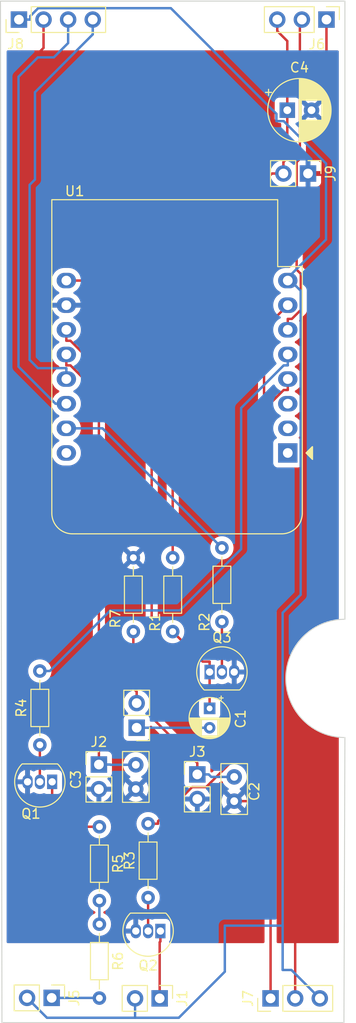
<source format=kicad_pcb>
(kicad_pcb (version 20221018) (generator pcbnew)
  (title_block (comment 4 "AISLER Project ID: RXVASBWQ"))
  (layers (0 "F.Cu" signal) (31 "B.Cu" signal) (34 "B.Paste" user) (35 "F.Paste" user) (36 "B.SilkS" user "B.Silkscreen") (37 "F.SilkS" user "F.Silkscreen") (38 "B.Mask" user) (39 "F.Mask" user) (44 "Edge.Cuts" user))
  (net 0 "")
  (net 1 "Net-(Q3-C)")
  (net 2 "Net-(J4-Pin_1)")
  (net 3 "GND")
  (net 4 "Net-(J3-Pin_1)")
  (net 5 "Net-(J2-Pin_1)")
  (net 6 "Net-(J1-Pin_1)")
  (net 7 "+3.3V")
  (net 8 "Net-(J5-Pin_1)")
  (net 9 "Net-(J6-Pin_2)")
  (net 10 "+5V")
  (net 11 "Net-(J7-Pin_1)")
  (net 12 "Net-(J8-Pin_3)")
  (net 13 "Net-(J8-Pin_4)")
  (net 14 "Net-(Q1-B)")
  (net 15 "Net-(Q2-B)")
  (net 16 "Net-(Q3-B)")
  (net 17 "Net-(U1-RX)")
  (net 18 "Net-(U1-CS{slash}D8)")
  (net 19 "Net-(U1-MISO{slash}D6)")
  (net 24 "Net-(Q1-C)")
  (net 25 "Net-(R5-Pad2)")
  (net 26 "Net-(J4-Pin_2)")
  (footprint "Resistor_THT:R_Axial_DIN0204_L3.6mm_D1.6mm_P7.62mm_Horizontal" (layer "F.Cu") (at 130.556 114.554 -90)
    (fp_text reference "R7" (at 6.296 1.856 -90) (layer "F.SilkS"))
    (fp_text value "0R")
    (pad "1" thru_hole circle (at 0 0 270) (size 1.4 1.4) (drill 0.7) (layers "*.Cu" "*.Mask") (net 3 "GND"))
    (pad "2" thru_hole oval (at 7.62 0 270) (size 1.4 1.4) (drill 0.7) (layers "*.Cu" "*.Mask") (net 26 "Net-(J4-Pin_2)"))
  )
  (footprint "Package_TO_SOT_THT:TO-92_Inline" (layer "F.Cu") (at 138.43 126.344)
    (fp_text reference "Q3" (at 1.27 -3.56) (layer "F.SilkS"))
    (fp_text value "BC547" hide)
    (pad "1" thru_hole rect (at 0 0) (size 1.05 1.5) (drill 0.75) (layers "*.Cu" "*.Mask") (net 1 "Net-(Q3-C)"))
    (pad "2" thru_hole oval (at 1.27 0) (size 1.05 1.5) (drill 0.75) (layers "*.Cu" "*.Mask") (net 16 "Net-(Q3-B)"))
    (pad "3" thru_hole oval (at 2.54 0) (size 1.05 1.5) (drill 0.75) (layers "*.Cu" "*.Mask") (net 3 "GND"))
  )
  (footprint "Resistor_THT:R_Axial_DIN0204_L3.6mm_D1.6mm_P7.62mm_Horizontal" (layer "F.Cu") (at 134.62 122.174 90)
    (fp_text reference "R1" (at 0.974 -1.82 90) (layer "F.SilkS"))
    (fp_text value "39R")
    (pad "1" thru_hole circle (at 0 0 90) (size 1.4 1.4) (drill 0.7) (layers "*.Cu" "*.Mask") (net 1 "Net-(Q3-C)"))
    (pad "2" thru_hole oval (at 7.62 0 90) (size 1.4 1.4) (drill 0.7) (layers "*.Cu" "*.Mask") (net 10 "+5V"))
  )
  (footprint "Connector_PinHeader_2.54mm:PinHeader_1x02_P2.54mm_Vertical" (layer "F.Cu") (at 130.9 132.09 180)
    (fp_text reference "J4" hide)
    (fp_text value "Speaker")
    (pad "1" thru_hole rect (at 0 0 180) (size 1.7 1.7) (drill 1) (layers "*.Cu" "*.Mask") (net 2 "Net-(J4-Pin_1)"))
    (pad "2" thru_hole oval (at 0 2.54 180) (size 1.7 1.7) (drill 1) (layers "*.Cu" "*.Mask") (net 26 "Net-(J4-Pin_2)"))
  )
  (footprint "Connector_PinHeader_2.54mm:PinHeader_1x04_P2.54mm_Vertical" (layer "F.Cu") (at 118.745 59.055 90)
    (fp_text reference "J8" (at -2.525 -0.335 180) (layer "F.SilkS"))
    (fp_text value "Display")
    (pad "1" thru_hole rect (at 0 0 90) (size 1.7 1.7) (drill 1) (layers "*.Cu" "*.Mask") (net 7 "+3.3V"))
    (pad "2" thru_hole oval (at 0 2.54 90) (size 1.7 1.7) (drill 1) (layers "*.Cu" "*.Mask") (net 3 "GND"))
    (pad "3" thru_hole oval (at 0 5.08 90) (size 1.7 1.7) (drill 1) (layers "*.Cu" "*.Mask") (net 12 "Net-(J8-Pin_3)"))
    (pad "4" thru_hole oval (at 0 7.62 90) (size 1.7 1.7) (drill 1) (layers "*.Cu" "*.Mask") (net 13 "Net-(J8-Pin_4)"))
  )
  (footprint "Capacitor_THT:CP_Radial_D4.0mm_P2.00mm" (layer "F.Cu") (at 138.43 130.0914 -90)
    (fp_text reference "C1" (at 1.09 -3.2 90) (layer "F.SilkS"))
    (fp_text value "C_Polarized_Small")
    (pad "1" thru_hole rect (at 0 0 270) (size 1.2 1.2) (drill 0.6) (layers "*.Cu" "*.Mask") (net 1 "Net-(Q3-C)"))
    (pad "2" thru_hole circle (at 2 0 270) (size 1.2 1.2) (drill 0.6) (layers "*.Cu" "*.Mask") (net 2 "Net-(J4-Pin_1)"))
  )
  (footprint "Capacitor_THT:CP_Radial_D6.3mm_P2.50mm" (layer "F.Cu") (at 146.45 68.4)
    (fp_text reference "C4" (at 1.25 -4.4) (layer "F.SilkS"))
    (fp_text value "100uF optional")
    (pad "1" thru_hole rect (at 0 0) (size 1.6 1.6) (drill 0.8) (layers "*.Cu" "*.Mask") (net 10 "+5V"))
    (pad "2" thru_hole circle (at 2.5 0) (size 1.6 1.6) (drill 0.8) (layers "*.Cu" "*.Mask") (net 3 "GND"))
  )
  (footprint "Connector_PinHeader_2.54mm:PinHeader_1x02_P2.54mm_Vertical" (layer "F.Cu") (at 137.16 136.901)
    (fp_text reference "J3" (at 0 -2.33) (layer "F.SilkS"))
    (fp_text value "Aim_B")
    (pad "1" thru_hole rect (at 0 0) (size 1.7 1.7) (drill 1) (layers "*.Cu" "*.Mask") (net 4 "Net-(J3-Pin_1)"))
    (pad "2" thru_hole oval (at 0 2.54) (size 1.7 1.7) (drill 1) (layers "*.Cu" "*.Mask") (net 3 "GND"))
  )
  (footprint "Connector_PinHeader_2.54mm:PinHeader_1x03_P2.54mm_Vertical" (layer "F.Cu") (at 144.725 160 90)
    (fp_text reference "J7" (at 0 -2.33 90) (layer "F.SilkS"))
    (fp_text value "IR_RCV")
    (pad "1" thru_hole rect (at 0 0 90) (size 1.7 1.7) (drill 1) (layers "*.Cu" "*.Mask") (net 11 "Net-(J7-Pin_1)"))
    (pad "2" thru_hole oval (at 0 2.54 90) (size 1.7 1.7) (drill 1) (layers "*.Cu" "*.Mask") (net 3 "GND"))
    (pad "3" thru_hole oval (at 0 5.08 90) (size 1.7 1.7) (drill 1) (layers "*.Cu" "*.Mask") (net 7 "+3.3V"))
  )
  (footprint "Capacitor_THT:C_Disc_D5.0mm_W2.5mm_P2.50mm" (layer "F.Cu") (at 140.97 139.66 90)
    (fp_text reference "C2" (at 0.99 2.08 90) (layer "F.SilkS"))
    (fp_text value "104nF" hide)
    (pad "1" thru_hole circle (at 0 0 90) (size 1.6 1.6) (drill 0.8) (layers "*.Cu" "*.Mask") (net 3 "GND"))
    (pad "2" thru_hole circle (at 2.5 0 90) (size 1.6 1.6) (drill 0.8) (layers "*.Cu" "*.Mask") (net 4 "Net-(J3-Pin_1)"))
  )
  (footprint "Resistor_THT:R_Axial_DIN0204_L3.6mm_D1.6mm_P7.62mm_Horizontal" (layer "F.Cu") (at 120.904 133.858 90)
    (fp_text reference "R4" (at 3.81 -1.92 90) (layer "F.SilkS"))
    (fp_text value "10K")
    (pad "1" thru_hole circle (at 0 0 90) (size 1.4 1.4) (drill 0.7) (layers "*.Cu" "*.Mask") (net 14 "Net-(Q1-B)"))
    (pad "2" thru_hole oval (at 7.62 0 90) (size 1.4 1.4) (drill 0.7) (layers "*.Cu" "*.Mask") (net 19 "Net-(U1-MISO{slash}D6)"))
  )
  (footprint "Connector_PinHeader_2.54mm:PinHeader_1x02_P2.54mm_Vertical" (layer "F.Cu") (at 148.59 74.93 -90)
    (fp_text reference "J9" (at 0 -2.33 90) (layer "F.SilkS"))
    (fp_text value "Power")
    (pad "1" thru_hole rect (at 0 0 270) (size 1.7 1.7) (drill 1) (layers "*.Cu" "*.Mask") (net 3 "GND"))
    (pad "2" thru_hole oval (at 0 2.54 270) (size 1.7 1.7) (drill 1) (layers "*.Cu" "*.Mask") (net 10 "+5V"))
  )
  (footprint "Resistor_THT:R_Axial_DIN0204_L3.6mm_D1.6mm_P7.62mm_Horizontal" (layer "F.Cu") (at 132.08 149.606 90)
    (fp_text reference "R3" (at 3.81 -1.92 90) (layer "F.SilkS"))
    (fp_text value "10K")
    (pad "1" thru_hole circle (at 0 0 90) (size 1.4 1.4) (drill 0.7) (layers "*.Cu" "*.Mask") (net 15 "Net-(Q2-B)"))
    (pad "2" thru_hole oval (at 7.62 0 90) (size 1.4 1.4) (drill 0.7) (layers "*.Cu" "*.Mask") (net 18 "Net-(U1-CS{slash}D8)"))
  )
  (footprint "Module:WEMOS_D1_mini_light" (layer "F.Cu") (at 146.5 103.75 180)
    (fp_text reference "U1" (at 22 27) (layer "F.SilkS"))
    (fp_text value "WeMos_D1_mini")
    (pad "1" thru_hole rect (at 0 0 180) (size 2 2) (drill 1) (layers "*.Cu" "*.Mask"))
    (pad "2" thru_hole oval (at 0 2.54 180) (size 2 1.6) (drill 1) (layers "*.Cu" "*.Mask"))
    (pad "3" thru_hole oval (at 0 5.08 180) (size 2 1.6) (drill 1) (layers "*.Cu" "*.Mask"))
    (pad "4" thru_hole oval (at 0 7.62 180) (size 2 1.6) (drill 1) (layers "*.Cu" "*.Mask") (net 11 "Net-(J7-Pin_1)"))
    (pad "5" thru_hole oval (at 0 10.16 180) (size 2 1.6) (drill 1) (layers "*.Cu" "*.Mask") (net 19 "Net-(U1-MISO{slash}D6)"))
    (pad "6" thru_hole oval (at 0 12.7 180) (size 2 1.6) (drill 1) (layers "*.Cu" "*.Mask") (net 9 "Net-(J6-Pin_2)"))
    (pad "7" thru_hole oval (at 0 15.24 180) (size 2 1.6) (drill 1) (layers "*.Cu" "*.Mask") (net 18 "Net-(U1-CS{slash}D8)"))
    (pad "8" thru_hole oval (at 0 17.78 180) (size 2 1.6) (drill 1) (layers "*.Cu" "*.Mask") (net 7 "+3.3V"))
    (pad "9" thru_hole oval (at 22.86 17.78 180) (size 2 1.6) (drill 1) (layers "*.Cu" "*.Mask") (net 10 "+5V"))
    (pad "10" thru_hole oval (at 22.86 15.24 180) (size 2 1.6) (drill 1) (layers "*.Cu" "*.Mask") (net 3 "GND"))
    (pad "11" thru_hole oval (at 22.86 12.7 180) (size 2 1.6) (drill 1) (layers "*.Cu" "*.Mask") (net 4 "Net-(J3-Pin_1)"))
    (pad "12" thru_hole oval (at 22.86 10.16 180) (size 2 1.6) (drill 1) (layers "*.Cu" "*.Mask") (net 5 "Net-(J2-Pin_1)"))
    (pad "13" thru_hole oval (at 22.86 7.62 180) (size 2 1.6) (drill 1) (layers "*.Cu" "*.Mask") (net 13 "Net-(J8-Pin_4)"))
    (pad "14" thru_hole oval (at 22.86 5.08 180) (size 2 1.6) (drill 1) (layers "*.Cu" "*.Mask") (net 12 "Net-(J8-Pin_3)"))
    (pad "15" thru_hole oval (at 22.86 2.54 180) (size 2 1.6) (drill 1) (layers "*.Cu" "*.Mask") (net 17 "Net-(U1-RX)"))
    (pad "16" thru_hole oval (at 22.86 0 180) (size 2 1.6) (drill 1) (layers "*.Cu" "*.Mask"))
  )
  (footprint "Resistor_THT:R_Axial_DIN0204_L3.6mm_D1.6mm_P7.62mm_Horizontal" (layer "F.Cu") (at 127.05 142.3 -90)
    (fp_text reference "R5" (at 3.81 -1.92 -90) (layer "F.SilkS"))
    (fp_text value "160R")
    (pad "1" thru_hole circle (at 0 0 270) (size 1.4 1.4) (drill 0.7) (layers "*.Cu" "*.Mask") (net 24 "Net-(Q1-C)"))
    (pad "2" thru_hole oval (at 7.62 0 270) (size 1.4 1.4) (drill 0.7) (layers "*.Cu" "*.Mask") (net 25 "Net-(R5-Pad2)"))
  )
  (footprint "Connector_PinHeader_2.54mm:PinHeader_1x02_P2.54mm_Vertical" (layer "F.Cu") (at 127 135.885)
    (fp_text reference "J2" (at 0 -2.33) (layer "F.SilkS"))
    (fp_text value "Shoot_B")
    (pad "1" thru_hole rect (at 0 0) (size 1.7 1.7) (drill 1) (layers "*.Cu" "*.Mask") (net 5 "Net-(J2-Pin_1)"))
    (pad "2" thru_hole oval (at 0 2.54) (size 1.7 1.7) (drill 1) (layers "*.Cu" "*.Mask") (net 3 "GND"))
  )
  (footprint "Capacitor_THT:C_Disc_D5.0mm_W2.5mm_P2.50mm" (layer "F.Cu") (at 130.81 138.41 90)
    (fp_text reference "C3" (at 0.97 -6.19 90) (layer "F.SilkS"))
    (fp_text value "104nF")
    (pad "1" thru_hole circle (at 0 0 90) (size 1.6 1.6) (drill 0.8) (layers "*.Cu" "*.Mask") (net 3 "GND"))
    (pad "2" thru_hole circle (at 2.5 0 90) (size 1.6 1.6) (drill 0.8) (layers "*.Cu" "*.Mask") (net 5 "Net-(J2-Pin_1)"))
  )
  (footprint "Connector_PinHeader_2.54mm:PinHeader_1x02_P2.54mm_Vertical" (layer "F.Cu") (at 122.125 159.95 -90)
    (fp_text reference "J5" (at 0 -2.33 90) (layer "F.SilkS"))
    (fp_text value "Shoot_laser")
    (pad "1" thru_hole rect (at 0 0 270) (size 1.7 1.7) (drill 1) (layers "*.Cu" "*.Mask") (net 8 "Net-(J5-Pin_1)"))
    (pad "2" thru_hole oval (at 0 2.54 270) (size 1.7 1.7) (drill 1) (layers "*.Cu" "*.Mask") (net 7 "+3.3V"))
  )
  (footprint "Connector_PinHeader_2.54mm:PinHeader_1x03_P2.54mm_Vertical" (layer "F.Cu") (at 150.495 59.055 -90)
    (fp_text reference "J6" (at 2.555 0.985 -180) (layer "F.SilkS"))
    (fp_text value "Neopixel")
    (pad "1" thru_hole rect (at 0 0 270) (size 1.7 1.7) (drill 1) (layers "*.Cu" "*.Mask") (net 3 "GND"))
    (pad "2" thru_hole oval (at 0 2.54 270) (size 1.7 1.7) (drill 1) (layers "*.Cu" "*.Mask") (net 9 "Net-(J6-Pin_2)"))
    (pad "3" thru_hole oval (at 0 5.08 270) (size 1.7 1.7) (drill 1) (layers "*.Cu" "*.Mask") (net 10 "+5V"))
  )
  (footprint "Resistor_THT:R_Axial_DIN0204_L3.6mm_D1.6mm_P7.62mm_Horizontal" (layer "F.Cu") (at 127.05 152.35 -90)
    (fp_text reference "R6" (at 3.81 -1.92 -90) (layer "F.SilkS"))
    (fp_text value "6.2R")
    (pad "1" thru_hole circle (at 0 0 270) (size 1.4 1.4) (drill 0.7) (layers "*.Cu" "*.Mask") (net 25 "Net-(R5-Pad2)"))
    (pad "2" thru_hole oval (at 7.62 0 270) (size 1.4 1.4) (drill 0.7) (layers "*.Cu" "*.Mask") (net 8 "Net-(J5-Pin_1)"))
  )
  (footprint "Connector_PinHeader_2.54mm:PinHeader_1x02_P2.54mm_Vertical" (layer "F.Cu") (at 133.275 160 -90)
    (fp_text reference "J1" (at 0 -2.33 90) (layer "F.SilkS"))
    (fp_text value "Aim_Laser")
    (pad "1" thru_hole rect (at 0 0 270) (size 1.7 1.7) (drill 1) (layers "*.Cu" "*.Mask") (net 6 "Net-(J1-Pin_1)"))
    (pad "2" thru_hole oval (at 0 2.54 270) (size 1.7 1.7) (drill 1) (layers "*.Cu" "*.Mask") (net 7 "+3.3V"))
  )
  (footprint "Package_TO_SOT_THT:TO-92_Inline" (layer "F.Cu") (at 133.35 153.056 180)
    (fp_text reference "Q2" (at 1.27 -3.56) (layer "F.SilkS"))
    (fp_text value "BC547" hide)
    (pad "1" thru_hole rect (at 0 0 180) (size 1.05 1.5) (drill 0.75) (layers "*.Cu" "*.Mask") (net 6 "Net-(J1-Pin_1)"))
    (pad "2" thru_hole oval (at 1.27 0 180) (size 1.05 1.5) (drill 0.75) (layers "*.Cu" "*.Mask") (net 15 "Net-(Q2-B)"))
    (pad "3" thru_hole oval (at 2.54 0 180) (size 1.05 1.5) (drill 0.75) (layers "*.Cu" "*.Mask") (net 3 "GND"))
  )
  (footprint "Resistor_THT:R_Axial_DIN0204_L3.6mm_D1.6mm_P7.62mm_Horizontal" (layer "F.Cu") (at 139.7 113.538 -90)
    (fp_text reference "R2" (at 7.662 1.8 -90) (layer "F.SilkS"))
    (fp_text value "1K")
    (pad "1" thru_hole circle (at 0 0 270) (size 1.4 1.4) (drill 0.7) (layers "*.Cu" "*.Mask") (net 17 "Net-(U1-RX)"))
    (pad "2" thru_hole oval (at 7.62 0 270) (size 1.4 1.4) (drill 0.7) (layers "*.Cu" "*.Mask") (net 16 "Net-(Q3-B)"))
  )
  (footprint "Package_TO_SOT_THT:TO-92_Inline" (layer "F.Cu") (at 122.174 137.668 180)
    (fp_text reference "Q1" (at 2.1924 -3.2942) (layer "F.SilkS"))
    (fp_text value "BC547" hide)
    (pad "1" thru_hole rect (at 0 0 180) (size 1.05 1.5) (drill 0.75) (layers "*.Cu" "*.Mask") (net 24 "Net-(Q1-C)"))
    (pad "2" thru_hole oval (at 1.27 0 180) (size 1.05 1.5) (drill 0.75) (layers "*.Cu" "*.Mask") (net 14 "Net-(Q1-B)"))
    (pad "3" thru_hole oval (at 2.54 0 180) (size 1.05 1.5) (drill 0.75) (layers "*.Cu" "*.Mask") (net 3 "GND"))
  )
  (gr_line (start 152.4 133.096) (end 152.2984 162.5) (stroke (width 0.1)) (layer "Edge.Cuts"))
  (gr_line (start 116.84 57.15) (end 116.9924 162.5) (stroke (width 0.1)) (layer "Edge.Cuts"))
  (gr_line (start 152.4 57.15) (end 152.4 120.904) (stroke (width 0.1)) (layer "Edge.Cuts"))
  (gr_arc (start 152.4 133.096) (mid 146.304 127) (end 152.4 120.904) (stroke (width 0.1)) (layer "Edge.Cuts"))
  (gr_line (start 152.4 57.15) (end 116.84 57.15) (stroke (width 0.1)) (layer "Edge.Cuts"))
  (gr_line (start 116.9924 162.5) (end 152.2984 162.5) (stroke (width 0.1)) (layer "Edge.Cuts"))
  (segment (start 138.43 130.0914) (end 138.43 126.344) (width 0.25) (layer "F.Cu") (net 1))
  (segment (start 137.7131 125.2671) (end 138.43 125.2671) (width 0.25) (layer "F.Cu") (net 1))
  (segment (start 138.43 126.344) (end 138.43 125.2671) (width 0.25) (layer "F.Cu") (net 1))
  (segment (start 134.62 122.174) (end 137.7131 125.2671) (width 0.25) (layer "F.Cu") (net 1))
  (segment (start 132.0783 132.0914) (end 132.0769 132.09) (width 0.25) (layer "B.Cu") (net 2))
  (segment (start 130.9 132.09) (end 132.0769 132.09) (width 0.25) (layer "B.Cu") (net 2))
  (segment (start 138.43 132.0914) (end 132.0783 132.0914) (width 0.25) (layer "B.Cu") (net 2))
  (segment (start 147.265 160) (end 147.265 153.515) (width 0.25) (layer "F.Cu") (net 3))
  (segment (start 121.285 61.9752) (end 121.285 59.055) (width 0.25) (layer "F.Cu") (net 3))
  (segment (start 147.265 153.515) (end 147.25 153.5) (width 0.25) (layer "F.Cu") (net 3))
  (segment (start 142.99 139.66) (end 140.97 139.66) (width 0.25) (layer "F.Cu") (net 3))
  (segment (start 143 139.65) (end 142.99 139.66) (width 0.25) (layer "F.Cu") (net 3))
  (segment (start 150.495 64.4482) (end 150.495 59.055) (width 0.25) (layer "F.Cu") (net 3))
  (segment (start 120.4127 62.8475) (end 121.285 61.9752) (width 0.25) (layer "F.Cu") (net 3))
  (segment (start 137.16 135.7241) (end 137.16 136.901) (width 0.25) (layer "F.Cu") (net 4))
  (segment (start 124.0626 92.1769) (end 132.45 100.5643) (width 0.25) (layer "F.Cu") (net 4))
  (segment (start 123.64 91.05) (end 123.64 92.1769) (width 0.25) (layer "F.Cu") (net 4))
  (segment (start 123.64 92.1769) (end 124.0626 92.1769) (width 0.25) (layer "F.Cu") (net 4))
  (segment (start 132.45 131.0141) (end 137.16 135.7241) (width 0.25) (layer "F.Cu") (net 4))
  (segment (start 132.45 100.5643) (end 132.45 131.0141) (width 0.25) (layer "F.Cu") (net 4))
  (segment (start 137.7485 136.901) (end 137.16 136.901) (width 0.25) (layer "B.Cu") (net 4))
  (segment (start 140.97 137.16) (end 138.5959 137.16) (width 0.25) (layer "B.Cu") (net 4))
  (segment (start 137.7485 136.901) (end 138.3369 136.901) (width 0.25) (layer "B.Cu") (net 4))
  (segment (start 138.5959 137.16) (end 138.3369 136.901) (width 0.25) (layer "B.Cu") (net 4))
  (segment (start 127 97.6543) (end 127 135.885) (width 0.25) (layer "F.Cu") (net 5))
  (segment (start 123.64 94.7169) (end 124.0626 94.7169) (width 0.25) (layer "F.Cu") (net 5))
  (segment (start 123.64 93.59) (end 123.64 94.7169) (width 0.25) (layer "F.Cu") (net 5))
  (segment (start 124.0626 94.7169) (end 127 97.6543) (width 0.25) (layer "F.Cu") (net 5))
  (segment (start 128.2019 135.91) (end 128.1769 135.885) (width 0.25) (layer "B.Cu") (net 5))
  (segment (start 130.81 135.91) (end 128.2019 135.91) (width 0.25) (layer "B.Cu") (net 5))
  (segment (start 127 135.885) (end 128.1769 135.885) (width 0.25) (layer "B.Cu") (net 5))
  (segment (start 133.275 154.2079) (end 133.35 154.1329) (width 0.25) (layer "F.Cu") (net 6))
  (segment (start 133.35 153.056) (end 133.35 154.1329) (width 0.25) (layer "F.Cu") (net 6))
  (segment (start 133.275 160) (end 133.275 154.2079) (width 0.25) (layer "F.Cu") (net 6))
  (segment (start 120.7309 57.8781) (end 119.9219 58.6871) (width 0.25) (layer "B.Cu") (net 7))
  (segment (start 135.25 162) (end 130.75 162) (width 0.25) (layer "B.Cu") (net 7))
  (segment (start 146.5 85.97) (end 146.5 85.6882) (width 0.25) (layer "B.Cu") (net 7))
  (segment (start 150.45 73.9) (end 146.075 69.525) (width 0.25) (layer "B.Cu") (net 7))
  (segment (start 147.8335 87.0217) (end 147.8335 118.3677) (width 0.25) (layer "B.Cu") (net 7))
  (segment (start 145.9714 157.0714) (end 146.8764 157.0714) (width 0.25) (layer "B.Cu") (net 7))
  (segment (start 140 157.25) (end 135.25 162) (width 0.25) (layer "B.Cu") (net 7))
  (segment (start 146.5 85.6882) (end 147.8335 87.0217) (width 0.25) (layer "B.Cu") (net 7))
  (segment (start 140 152.5) (end 140 157.25) (width 0.25) (layer "B.Cu") (net 7))
  (segment (start 130.735 161.985) (end 130.75 162) (width 0.25) (layer "B.Cu") (net 7))
  (segment (start 146.5 85.6882) (end 150.45 81.7382) (width 0.25) (layer "B.Cu") (net 7))
  (segment (start 134.4281 57.8781) (end 120.7309 57.8781) (width 0.25) (layer "B.Cu") (net 7))
  (segment (start 145.9714 120.2298) (end 145.9714 152.5) (width 0.25) (layer "B.Cu") (net 7))
  (segment (start 145.9714 152.5) (end 145.9714 157.0714) (width 0.25) (layer "B.Cu") (net 7))
  (segment (start 121.635 162) (end 119.585 159.95) (width 0.25) (layer "B.Cu") (net 7))
  (segment (start 145.9714 152.5) (end 140 152.5) (width 0.25) (layer "B.Cu") (net 7))
  (segment (start 145.325 69.525) (end 145.325 68.775) (width 0.25) (layer "B.Cu") (net 7))
  (segment (start 130.75 162) (end 121.635 162) (width 0.25) (layer "B.Cu") (net 7))
  (segment (start 145.325 68.775) (end 134.4281 57.8781) (width 0.25) (layer "B.Cu") (net 7))
  (segment (start 130.735 160) (end 130.735 161.985) (width 0.25) (layer "B.Cu") (net 7))
  (segment (start 150.45 81.7382) (end 150.45 73.9) (width 0.25) (layer "B.Cu") (net 7))
  (segment (start 119.9219 58.6871) (end 119.9219 59.055) (width 0.25) (layer "B.Cu") (net 7))
  (segment (start 119.9219 59.055) (end 118.745 59.055) (width 0.25) (layer "B.Cu") (net 7))
  (segment (start 146.8764 157.0714) (end 149.805 160) (width 0.25) (layer "B.Cu") (net 7))
  (segment (start 146.075 69.525) (end 145.325 69.525) (width 0.25) (layer "B.Cu") (net 7))
  (segment (start 147.8335 118.3677) (end 145.9714 120.2298) (width 0.25) (layer "B.Cu") (net 7))
  (segment (start 122.125 159.95) (end 127.03 159.95) (width 0.25) (layer "B.Cu") (net 8))
  (segment (start 127.03 159.95) (end 127.05 159.97) (width 0.25) (layer "B.Cu") (net 8))
  (segment (start 147.415 73.755) (end 147.75 73.42) (width 0.25) (layer "F.Cu") (net 9))
  (segment (start 146.9226 89.9231) (end 147.8436 89.0021) (width 0.25) (layer "F.Cu") (net 9))
  (segment (start 147.8436 89.0021) (end 147.8436 85.2736) (width 0.25) (layer "F.Cu") (net 9))
  (segment (start 147.415 84.845) (end 147.415 73.755) (width 0.25) (layer "F.Cu") (net 9))
  (segment (start 146.5 91.05) (end 146.5 89.9231) (width 0.25) (layer "F.Cu") (net 9))
  (segment (start 147.75 59.26) (end 147.955 59.055) (width 0.25) (layer "F.Cu") (net 9))
  (segment (start 147.8436 85.2736) (end 147.415 84.845) (width 0.25) (layer "F.Cu") (net 9))
  (segment (start 147.75 73.42) (end 147.75 59.26) (width 0.25) (layer "F.Cu") (net 9))
  (segment (start 146.5 89.9231) (end 146.9226 89.9231) (width 0.25) (layer "F.Cu") (net 9))
  (segment (start 146.05 74.93) (end 146.05 73.7531) (width 0.25) (layer "F.Cu") (net 10))
  (segment (start 146.45 73.3531) (end 146.45 68.4) (width 0.25) (layer "F.Cu") (net 10))
  (segment (start 133.8331 85.97) (end 134.62 86.7569) (width 0.25) (layer "F.Cu") (net 10))
  (segment (start 146.05 73.7531) (end 146.45 73.3531) (width 0.25) (layer "F.Cu") (net 10))
  (segment (start 146.05 74.93) (end 144.8731 74.93) (width 0.25) (layer "F.Cu") (net 10))
  (segment (start 145.415 60.2319) (end 146.45 61.2669) (width 0.25) (layer "F.Cu") (net 10))
  (segment (start 123.64 85.97) (end 133.8331 85.97) (width 0.25) (layer "F.Cu") (net 10))
  (segment (start 145.415 59.055) (end 145.415 60.2319) (width 0.25) (layer "F.Cu") (net 10))
  (segment (start 133.8331 85.97) (end 144.8731 74.93) (width 0.25) (layer "F.Cu") (net 10))
  (segment (start 146.45 61.2669) (end 146.45 68.4) (width 0.25) (layer "F.Cu") (net 10))
  (segment (start 134.62 86.7569) (end 134.62 114.554) (width 0.25) (layer "F.Cu") (net 10))
  (segment (start 146.5 97.2569) (end 146.0774 97.2569) (width 0.25) (layer "F.Cu") (net 11))
  (segment (start 146.5 96.13) (end 146.5 97.2569) (width 0.25) (layer "F.Cu") (net 11))
  (segment (start 146.0774 97.2569) (end 144.725 98.6093) (width 0.25) (layer "F.Cu") (net 11))
  (segment (start 144.725 98.6093) (end 144.725 160) (width 0.25) (layer "F.Cu") (net 11))
  (segment (start 123.825 61.475) (end 123.825 59.055) (width 0.25) (layer "B.Cu") (net 12))
  (segment (start 120.7 62.95) (end 122.35 62.95) (width 0.25) (layer "B.Cu") (net 12))
  (segment (start 122.35 62.95) (end 123.825 61.475) (width 0.25) (layer "B.Cu") (net 12))
  (segment (start 118.7 94.85) (end 118.7 64.95) (width 0.25) (layer "B.Cu") (net 12))
  (segment (start 123.64 98.67) (end 122.52 98.67) (width 0.25) (layer "B.Cu") (net 12))
  (segment (start 118.7 64.95) (end 120.7 62.95) (width 0.25) (layer "B.Cu") (net 12))
  (segment (start 122.52 98.67) (end 118.7 94.85) (width 0.25) (layer "B.Cu") (net 12))
  (segment (start 120.7031 95.0031) (end 123.64 95.0031) (width 0.25) (layer "B.Cu") (net 13))
  (segment (start 123.64 95.0031) (end 123.64 96.13) (width 0.25) (layer "B.Cu") (net 13))
  (segment (start 120.4 66.55) (end 120.4 75.55) (width 0.25) (layer "B.Cu") (net 13))
  (segment (start 119.85 94.15) (end 120.7031 95.0031) (width 0.25) (layer "B.Cu") (net 13))
  (segment (start 119.85 76.1) (end 119.85 94.15) (width 0.25) (layer "B.Cu") (net 13))
  (segment (start 120.4 75.55) (end 119.85 76.1) (width 0.25) (layer "B.Cu") (net 13))
  (segment (start 126.365 60.585) (end 120.4 66.55) (width 0.25) (layer "B.Cu") (net 13))
  (segment (start 126.365 59.055) (end 126.365 60.585) (width 0.25) (layer "B.Cu") (net 13))
  (segment (start 120.904 137.668) (end 120.904 133.858) (width 0.25) (layer "F.Cu") (net 14))
  (segment (start 132.08 153.056) (end 132.08 149.606) (width 0.25) (layer "F.Cu") (net 15))
  (segment (start 139.7 126.344) (end 139.7 121.158) (width 0.25) (layer "F.Cu") (net 16))
  (segment (start 123.64 101.21) (end 127.372 101.21) (width 0.25) (layer "B.Cu") (net 17))
  (segment (start 127.372 101.21) (end 139.7 113.538) (width 0.25) (layer "B.Cu") (net 17))
  (segment (start 136.6267 138.2095) (end 138.0703 138.2095) (width 0.25) (layer "F.Cu") (net 18))
  (segment (start 133.1069 141.7293) (end 136.6267 138.2095) (width 0.25) (layer "F.Cu") (net 18))
  (segment (start 144.0507 90.9593) (end 146.5 88.51) (width 0.25) (layer "F.Cu") (net 18))
  (segment (start 144.0507 132.2291) (end 144.0507 90.9593) (width 0.25) (layer "F.Cu") (net 18))
  (segment (start 132.08 141.986) (end 133.1069 141.986) (width 0.25) (layer "F.Cu") (net 18))
  (segment (start 138.0703 138.2095) (end 144.0507 132.2291) (width 0.25) (layer "F.Cu") (net 18))
  (segment (start 133.1069 141.986) (end 133.1069 141.7293) (width 0.25) (layer "F.Cu") (net 18))
  (segment (start 120.904 126.238) (end 121.9309 126.238) (width 0.25) (layer "B.Cu") (net 19))
  (segment (start 128.1783 119.9906) (end 121.9309 126.238) (width 0.25) (layer "B.Cu") (net 19))
  (segment (start 146.0774 94.7169) (end 141.6837 99.1106) (width 0.25) (layer "B.Cu") (net 19))
  (segment (start 146.5 94.7169) (end 146.0774 94.7169) (width 0.25) (layer "B.Cu") (net 19))
  (segment (start 146.5 93.59) (end 146.5 94.7169) (width 0.25) (layer "B.Cu") (net 19))
  (segment (start 135.3552 119.9906) (end 128.1783 119.9906) (width 0.25) (layer "B.Cu") (net 19))
  (segment (start 141.6837 99.1106) (end 141.6837 113.6621) (width 0.25) (layer "B.Cu") (net 19))
  (segment (start 141.6837 113.6621) (end 135.3552 119.9906) (width 0.25) (layer "B.Cu") (net 19))
  (segment (start 122.174 137.668) (end 122.174 142.1384) (width 0.25) (layer "F.Cu") (net 24))
  (segment (start 122.3356 142.3) (end 122.174 142.1384) (width 0.25) (layer "F.Cu") (net 24))
  (segment (start 127.05 142.3) (end 122.3356 142.3) (width 0.25) (layer "F.Cu") (net 24))
  (segment (start 127.05 149.92) (end 127.05 152.35) (width 0.25) (layer "B.Cu") (net 25))
  (segment (start 130.556 128.0291) (end 130.556 122.174) (width 0.25) (layer "F.Cu") (net 26))
  (segment (start 130.9 128.3731) (end 130.556 128.0291) (width 0.25) (layer "F.Cu") (net 26))
  (segment (start 130.9 129.55) (end 130.9 128.3731) (width 0.25) (layer "F.Cu") (net 26))
  (zone (net 3) (net_name "GND") (layer "F.Cu") (priority 1) (connect_pads (clearance 0.5)) (min_thickness 0.25) (fill yes (thermal_gap 0.5) (thermal_bridge_width 0.5))
    (polygon (pts (xy 117.475 62.23) (xy 151.765 62.23) (xy 151.765 154.305) (xy 117.475 154.305)))
  )
  (zone (net 3) (net_name "GND") (layer "B.Cu") (connect_pads (clearance 0.5)) (min_thickness 0.25) (fill yes (thermal_gap 0.5) (thermal_bridge_width 0.5))
    (polygon (pts (xy 151.765 62.23) (xy 117.475 62.23) (xy 117.475 154.305) (xy 151.765 154.305)))
  )
)
</source>
